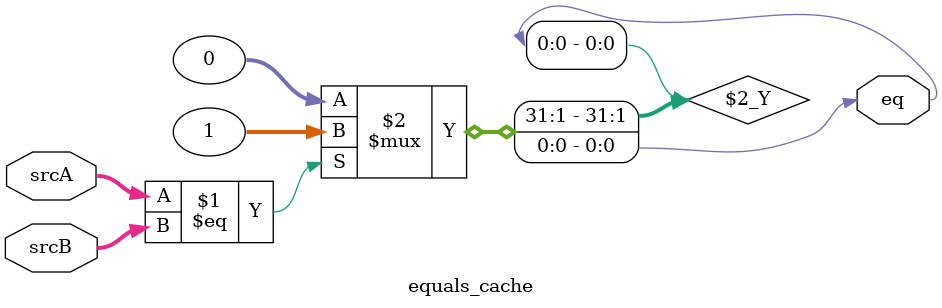
<source format=v>

module adder (
	input [31:0] a, b,
	output [31:0] y
);
	assign y = a + b;
endmodule

module signext_16_32 (
	input [15:0] src,
	output [31:0] out
);
	assign out = { {16{src[15]}}, src };
endmodule


module zeroext_16_32 (
	input [15:0] src,
	output [31:0] out
);  // This is the zero-extended function module HIGHLIGHTED!!!
	assign out = {16'b0000_0000_0000_0000, src};
endmodule

module sll_2 (
	input [31:0] a,
	output [31:0] y
);
	assign y ={a[29:0], 2'b00};
endmodule


module sll_16 (
	input [15:0] src,
	output [31:0] out
);
	assign out= { src, 16'b0000_0000_0000_0000 };
endmodule


module equals (
	input [31:0] srcA, srcB,
	output eq
);
	assign eq = (srcA == srcB) ? 1 : 0;
endmodule

module equals_cache #(parameter TAG = 20)(
	input [31:0] srcA, srcB,
	output eq
);
	assign eq = (srcA == srcB) ? 1 : 0;
endmodule
</source>
